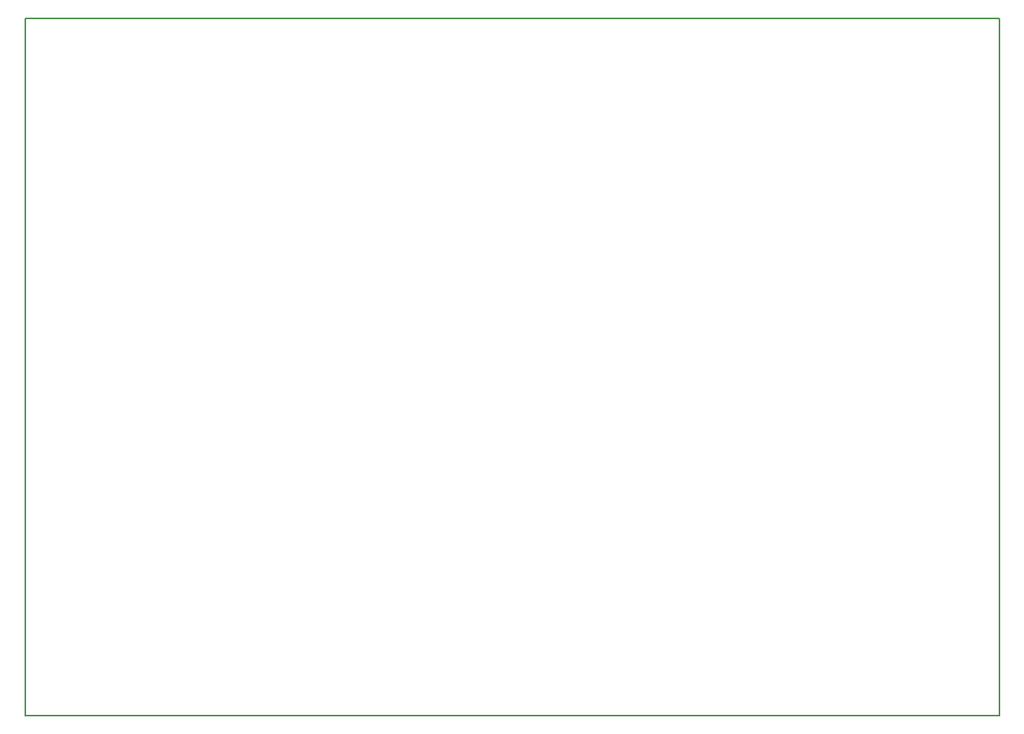
<source format=gbr>
%TF.GenerationSoftware,KiCad,Pcbnew,8.0.6-8.0.6-0~ubuntu24.04.1*%
%TF.CreationDate,2025-03-25T09:16:13-04:00*%
%TF.ProjectId,mesh-depth,6d657368-2d64-4657-9074-682e6b696361,rev?*%
%TF.SameCoordinates,Original*%
%TF.FileFunction,Profile,NP*%
%FSLAX46Y46*%
G04 Gerber Fmt 4.6, Leading zero omitted, Abs format (unit mm)*
G04 Created by KiCad (PCBNEW 8.0.6-8.0.6-0~ubuntu24.04.1) date 2025-03-25 09:16:13*
%MOMM*%
%LPD*%
G01*
G04 APERTURE LIST*
%TA.AperFunction,Profile*%
%ADD10C,0.200000*%
%TD*%
G04 APERTURE END LIST*
D10*
X-3500000Y3500000D02*
X104000000Y3500000D01*
X104000000Y-73500000D01*
X-3500000Y-73500000D01*
X-3500000Y3500000D01*
M02*

</source>
